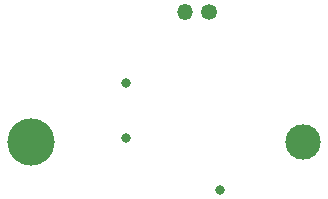
<source format=gbr>
%TF.GenerationSoftware,KiCad,Pcbnew,(5.1.12)-1*%
%TF.CreationDate,2022-04-14T16:35:20-05:00*%
%TF.ProjectId,bone_stim_pulsed_v3,626f6e65-5f73-4746-996d-5f70756c7365,rev?*%
%TF.SameCoordinates,Original*%
%TF.FileFunction,Soldermask,Bot*%
%TF.FilePolarity,Negative*%
%FSLAX46Y46*%
G04 Gerber Fmt 4.6, Leading zero omitted, Abs format (unit mm)*
G04 Created by KiCad (PCBNEW (5.1.12)-1) date 2022-04-14 16:35:20*
%MOMM*%
%LPD*%
G01*
G04 APERTURE LIST*
%ADD10C,3.000000*%
%ADD11C,4.000000*%
%ADD12C,1.350000*%
%ADD13O,1.350000X1.350000*%
%ADD14C,0.800000*%
G04 APERTURE END LIST*
D10*
%TO.C, *%
X142990000Y-86000000D03*
D11*
X120000000Y-86000000D03*
%TD*%
D12*
%TO.C, *%
X135000000Y-75000000D03*
D13*
X133000000Y-75000000D03*
%TD*%
D14*
X128000000Y-85600000D03*
X128000000Y-81000000D03*
X136000000Y-90000000D03*
M02*

</source>
